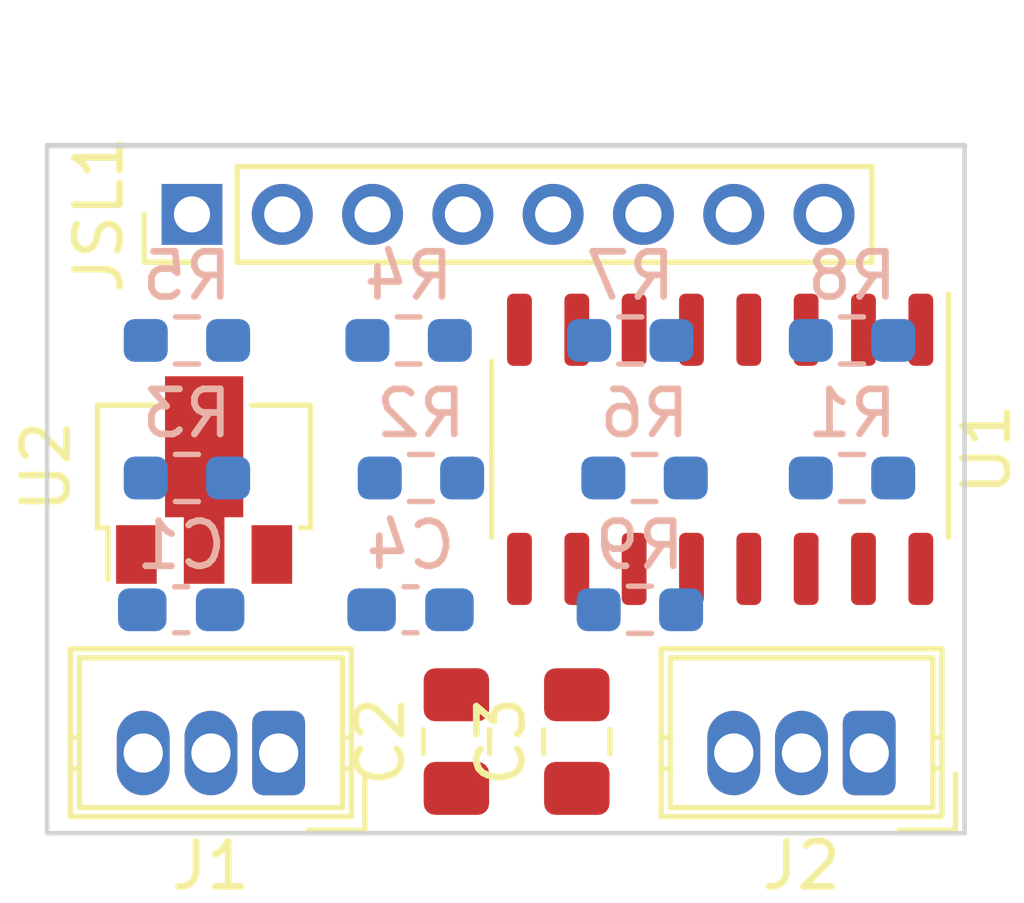
<source format=kicad_pcb>
(kicad_pcb (version 20221018) (generator pcbnew)
  (layers (0 "F.Cu" signal) (31 "B.Cu" signal) (34 "B.Paste" user) (35 "F.Paste" user) (36 "B.SilkS" user "B.Silkscreen") (37 "F.SilkS" user "F.Silkscreen") (38 "B.Mask" user) (39 "F.Mask" user) (44 "Edge.Cuts" user))
  (net 0 "")
  (footprint "Package_SO:STC_SOP-16_3.9x9.9mm_P1.27mm" (layer "F.Cu") (at 141.906 82.931 -90)
    (fp_text reference "U1" (at 0 -5.9 90) (layer "F.SilkS"))
    (fp_text value "STC15W201S-35x-SOP16")
    (fp_line (start 0 -5.06) (end -3.45 -5.06) (stroke (width 0.12)) (layer "F.SilkS"))
    (fp_line (start 0 -5.06) (end 1.95 -5.06) (stroke (width 0.12)) (layer "F.SilkS"))
    (fp_line (start 0 5.06) (end -1.95 5.06) (stroke (width 0.12)) (layer "F.SilkS"))
    (fp_line (start 0 5.06) (end 1.95 5.06) (stroke (width 0.12)) (layer "F.SilkS"))
    (pad "1" smd roundrect (at -2.65 -4.445 270) (size 1.6 0.55) (layers "F.Cu" "F.Paste" "F.Mask"))
    (pad "2" smd roundrect (at -2.65 -3.175 270) (size 1.6 0.55) (layers "F.Cu" "F.Paste" "F.Mask"))
    (pad "3" smd roundrect (at -2.65 -1.905 270) (size 1.6 0.55) (layers "F.Cu" "F.Paste" "F.Mask"))
    (pad "4" smd roundrect (at -2.65 -0.635 270) (size 1.6 0.55) (layers "F.Cu" "F.Paste" "F.Mask"))
    (pad "5" smd roundrect (at -2.65 0.635 270) (size 1.6 0.55) (layers "F.Cu" "F.Paste" "F.Mask"))
    (pad "6" smd roundrect (at -2.65 1.905 270) (size 1.6 0.55) (layers "F.Cu" "F.Paste" "F.Mask"))
    (pad "7" smd roundrect (at -2.65 3.175 270) (size 1.6 0.55) (layers "F.Cu" "F.Paste" "F.Mask"))
    (pad "8" smd roundrect (at -2.65 4.445 270) (size 1.6 0.55) (layers "F.Cu" "F.Paste" "F.Mask"))
    (pad "9" smd roundrect (at 2.65 4.445 270) (size 1.6 0.55) (layers "F.Cu" "F.Paste" "F.Mask"))
    (pad "10" smd roundrect (at 2.65 3.175 270) (size 1.6 0.55) (layers "F.Cu" "F.Paste" "F.Mask"))
    (pad "11" smd roundrect (at 2.65 1.905 270) (size 1.6 0.55) (layers "F.Cu" "F.Paste" "F.Mask"))
    (pad "12" smd roundrect (at 2.65 0.635 270) (size 1.6 0.55) (layers "F.Cu" "F.Paste" "F.Mask"))
    (pad "13" smd roundrect (at 2.65 -0.635 270) (size 1.6 0.55) (layers "F.Cu" "F.Paste" "F.Mask"))
    (pad "14" smd roundrect (at 2.65 -1.905 270) (size 1.6 0.55) (layers "F.Cu" "F.Paste" "F.Mask"))
    (pad "15" smd roundrect (at 2.65 -3.175 270) (size 1.6 0.55) (layers "F.Cu" "F.Paste" "F.Mask"))
    (pad "16" smd roundrect (at 2.65 -4.445 270) (size 1.6 0.55) (layers "F.Cu" "F.Paste" "F.Mask"))
  )
  (footprint "Capacitor_SMD:C_0805_2012Metric_Pad1.18x1.45mm_HandSolder" (layer "F.Cu") (at 136.064 89.408 90)
    (fp_text reference "C2" (at 0 -1.68 90) (layer "F.SilkS"))
    (fp_text value "C")
    (fp_line (start -0.261252 -0.735) (end 0.261252 -0.735) (stroke (width 0.12)) (layer "F.SilkS"))
    (fp_line (start -0.261252 0.735) (end 0.261252 0.735) (stroke (width 0.12)) (layer "F.SilkS"))
    (pad "1" smd roundrect (at -1.0375 0 90) (size 1.175 1.45) (layers "F.Cu" "F.Paste" "F.Mask") (roundrect_rratio 0.212766))
    (pad "2" smd roundrect (at 1.0375 0 90) (size 1.175 1.45) (layers "F.Cu" "F.Paste" "F.Mask") (roundrect_rratio 0.212766))
  )
  (footprint "Capacitor_SMD:C_0805_2012Metric_Pad1.18x1.45mm_HandSolder" (layer "F.Cu") (at 138.731 89.408 90)
    (fp_text reference "C3" (at 0 -1.68 90) (layer "F.SilkS"))
    (fp_text value "C")
    (fp_line (start -0.261252 -0.735) (end 0.261252 -0.735) (stroke (width 0.12)) (layer "F.SilkS"))
    (fp_line (start -0.261252 0.735) (end 0.261252 0.735) (stroke (width 0.12)) (layer "F.SilkS"))
    (pad "1" smd roundrect (at -1.0375 0 90) (size 1.175 1.45) (layers "F.Cu" "F.Paste" "F.Mask") (roundrect_rratio 0.212766))
    (pad "2" smd roundrect (at 1.0375 0 90) (size 1.175 1.45) (layers "F.Cu" "F.Paste" "F.Mask") (roundrect_rratio 0.212766))
  )
  (footprint "Connector_Wuerth:Wuerth_WR-WTB_64800311622_1x03_P1.50mm_Vertical" (layer "F.Cu") (at 132.127 89.662 180)
    (fp_text reference "J1" (at 1.5 -2.5) (layer "F.SilkS"))
    (fp_text value "Conn_01x03")
    (fp_line (start -1.91 -1.71) (end -1.91 -0.46) (stroke (width 0.12)) (layer "F.SilkS"))
    (fp_line (start -1.61 -1.41) (end -1.61 2.31) (stroke (width 0.12)) (layer "F.SilkS"))
    (fp_line (start -1.61 -0.35) (end -1.41 -0.35) (stroke (width 0.12)) (layer "F.SilkS"))
    (fp_line (start -1.61 2.31) (end 4.61 2.31) (stroke (width 0.12)) (layer "F.SilkS"))
    (fp_line (start -1.41 -1.21) (end 4.41 -1.21) (stroke (width 0.12)) (layer "F.SilkS"))
    (fp_line (start -1.41 -0.35) (end -1.41 -1.21) (stroke (width 0.12)) (layer "F.SilkS"))
    (fp_line (start -1.41 -0.35) (end -1.41 0.35) (stroke (width 0.12)) (layer "F.SilkS"))
    (fp_line (start -1.41 0.35) (end -1.61 0.35) (stroke (width 0.12)) (layer "F.SilkS"))
    (fp_line (start -1.41 0.35) (end -1.41 2.11) (stroke (width 0.12)) (layer "F.SilkS"))
    (fp_line (start -1.41 2.11) (end 4.41 2.11) (stroke (width 0.12)) (layer "F.SilkS"))
    (fp_line (start -0.66 -1.71) (end -1.91 -1.71) (stroke (width 0.12)) (layer "F.SilkS"))
    (fp_line (start 4.41 -1.21) (end 4.41 -0.35) (stroke (width 0.12)) (layer "F.SilkS"))
    (fp_line (start 4.41 -0.35) (end 4.41 0.35) (stroke (width 0.12)) (layer "F.SilkS"))
    (fp_line (start 4.41 -0.35) (end 4.61 -0.35) (stroke (width 0.12)) (layer "F.SilkS"))
    (fp_line (start 4.41 0.35) (end 4.61 0.35) (stroke (width 0.12)) (layer "F.SilkS"))
    (fp_line (start 4.41 2.11) (end 4.41 0.35) (stroke (width 0.12)) (layer "F.SilkS"))
    (fp_line (start 4.61 -1.41) (end -1.61 -1.41) (stroke (width 0.12)) (layer "F.SilkS"))
    (fp_line (start 4.61 2.31) (end 4.61 -1.41) (stroke (width 0.12)) (layer "F.SilkS"))
    (pad "1" thru_hole roundrect (at 0 0 180) (size 1.17 1.87) (drill 0.87) (layers "*.Cu" "*.Mask") (roundrect_rratio 0.213675))
    (pad "2" thru_hole oval (at 1.5 0 180) (size 1.17 1.87) (drill 0.87) (layers "*.Cu" "*.Mask"))
    (pad "3" thru_hole oval (at 3 0 180) (size 1.17 1.87) (drill 0.87) (layers "*.Cu" "*.Mask"))
  )
  (footprint "Connector_Wuerth:Wuerth_WR-WTB_64800311622_1x03_P1.50mm_Vertical" (layer "F.Cu") (at 145.208 89.662 180)
    (fp_text reference "J2" (at 1.5 -2.5) (layer "F.SilkS"))
    (fp_text value "Conn_01x03")
    (fp_line (start -1.91 -1.71) (end -1.91 -0.46) (stroke (width 0.12)) (layer "F.SilkS"))
    (fp_line (start -1.61 -1.41) (end -1.61 2.31) (stroke (width 0.12)) (layer "F.SilkS"))
    (fp_line (start -1.61 -0.35) (end -1.41 -0.35) (stroke (width 0.12)) (layer "F.SilkS"))
    (fp_line (start -1.61 2.31) (end 4.61 2.31) (stroke (width 0.12)) (layer "F.SilkS"))
    (fp_line (start -1.41 -1.21) (end 4.41 -1.21) (stroke (width 0.12)) (layer "F.SilkS"))
    (fp_line (start -1.41 -0.35) (end -1.41 -1.21) (stroke (width 0.12)) (layer "F.SilkS"))
    (fp_line (start -1.41 -0.35) (end -1.41 0.35) (stroke (width 0.12)) (layer "F.SilkS"))
    (fp_line (start -1.41 0.35) (end -1.61 0.35) (stroke (width 0.12)) (layer "F.SilkS"))
    (fp_line (start -1.41 0.35) (end -1.41 2.11) (stroke (width 0.12)) (layer "F.SilkS"))
    (fp_line (start -1.41 2.11) (end 4.41 2.11) (stroke (width 0.12)) (layer "F.SilkS"))
    (fp_line (start -0.66 -1.71) (end -1.91 -1.71) (stroke (width 0.12)) (layer "F.SilkS"))
    (fp_line (start 4.41 -1.21) (end 4.41 -0.35) (stroke (width 0.12)) (layer "F.SilkS"))
    (fp_line (start 4.41 -0.35) (end 4.41 0.35) (stroke (width 0.12)) (layer "F.SilkS"))
    (fp_line (start 4.41 -0.35) (end 4.61 -0.35) (stroke (width 0.12)) (layer "F.SilkS"))
    (fp_line (start 4.41 0.35) (end 4.61 0.35) (stroke (width 0.12)) (layer "F.SilkS"))
    (fp_line (start 4.41 2.11) (end 4.41 0.35) (stroke (width 0.12)) (layer "F.SilkS"))
    (fp_line (start 4.61 -1.41) (end -1.61 -1.41) (stroke (width 0.12)) (layer "F.SilkS"))
    (fp_line (start 4.61 2.31) (end 4.61 -1.41) (stroke (width 0.12)) (layer "F.SilkS"))
    (pad "1" thru_hole roundrect (at 0 0 180) (size 1.17 1.87) (drill 0.87) (layers "*.Cu" "*.Mask") (roundrect_rratio 0.213675))
    (pad "2" thru_hole oval (at 1.5 0 180) (size 1.17 1.87) (drill 0.87) (layers "*.Cu" "*.Mask"))
    (pad "3" thru_hole oval (at 3 0 180) (size 1.17 1.87) (drill 0.87) (layers "*.Cu" "*.Mask"))
  )
  (footprint "Package_TO_SOT_SMD:SOT-89-3" (layer "F.Cu") (at 130.476 83.312 90)
    (fp_text reference "U2" (at 0 -3.5 90) (layer "F.SilkS"))
    (fp_text value "AP130-15Y")
    (fp_line (start -2.5 -2.13) (end -1.36 -2.13) (stroke (width 0.12)) (layer "F.SilkS"))
    (fp_line (start -1.36 -2.36) (end -1.36 -2.13) (stroke (width 0.12)) (layer "F.SilkS"))
    (fp_line (start -1.36 -2.36) (end 1.36 -2.36) (stroke (width 0.12)) (layer "F.SilkS"))
    (fp_line (start -1.36 2.36) (end -1.36 2.13) (stroke (width 0.12)) (layer "F.SilkS"))
    (fp_line (start 1.36 -2.36) (end 1.36 -1.05) (stroke (width 0.12)) (layer "F.SilkS"))
    (fp_line (start 1.36 1.05) (end 1.36 2.36) (stroke (width 0.12)) (layer "F.SilkS"))
    (fp_line (start 1.36 2.36) (end -1.36 2.36) (stroke (width 0.12)) (layer "F.SilkS"))
    (pad "1" smd rect (at -1.95 -1.5 90) (size 1.3 0.9) (layers "F.Cu" "F.Paste" "F.Mask"))
    (pad "2" smd custom (at -1.8625 0 90) (size 1.475 0.9) (layers "F.Cu" "F.Paste" "F.Mask") (options (clearance outline) (anchor rect)) (primitives (gr_poly (pts (xy 3.8625 0.8665) (xy 0.7375 0.8665) (xy 0.7375 -0.8665) (xy 3.8625 -0.8665)) (width 0) (fill yes))))
    (pad "3" smd rect (at -1.95 1.5 90) (size 1.3 0.9) (layers "F.Cu" "F.Paste" "F.Mask"))
  )
  (footprint "Connector_PinHeader_2.00mm:PinHeader_1x08_P2.00mm_Vertical" (layer "F.Cu") (at 130.207 77.724 90)
    (fp_text reference locked "JSL1" (at 0 -2.06 90) (layer "F.SilkS"))
    (fp_text value "Conn_01x08")
    (fp_line (start -1.06 -1.06) (end 0 -1.06) (stroke (width 0.12)) (layer "F.SilkS"))
    (fp_line (start -1.06 0) (end -1.06 -1.06) (stroke (width 0.12)) (layer "F.SilkS"))
    (fp_line (start -1.06 1) (end -1.06 15.06) (stroke (width 0.12)) (layer "F.SilkS"))
    (fp_line (start -1.06 1) (end 1.06 1) (stroke (width 0.12)) (layer "F.SilkS"))
    (fp_line (start -1.06 15.06) (end 1.06 15.06) (stroke (width 0.12)) (layer "F.SilkS"))
    (fp_line (start 1.06 1) (end 1.06 15.06) (stroke (width 0.12)) (layer "F.SilkS"))
    (pad "1" thru_hole rect (at 0 0 90) (size 1.35 1.35) (drill 0.8) (layers "*.Cu" "*.Mask"))
    (pad "2" thru_hole oval (at 0 2 90) (size 1.35 1.35) (drill 0.8) (layers "*.Cu" "*.Mask"))
    (pad "3" thru_hole oval (at 0 4 90) (size 1.35 1.35) (drill 0.8) (layers "*.Cu" "*.Mask"))
    (pad "4" thru_hole oval (at 0 6 90) (size 1.35 1.35) (drill 0.8) (layers "*.Cu" "*.Mask"))
    (pad "5" thru_hole oval (at 0 8 90) (size 1.35 1.35) (drill 0.8) (layers "*.Cu" "*.Mask"))
    (pad "6" thru_hole oval (at 0 10 90) (size 1.35 1.35) (drill 0.8) (layers "*.Cu" "*.Mask"))
    (pad "7" thru_hole oval (at 0 12 90) (size 1.35 1.35) (drill 0.8) (layers "*.Cu" "*.Mask"))
    (pad "8" thru_hole oval (at 0 14 90) (size 1.35 1.35) (drill 0.8) (layers "*.Cu" "*.Mask"))
  )
  (footprint "Resistor_SMD:R_0603_1608Metric_Pad0.98x0.95mm_HandSolder" (layer "B.Cu") (at 135.2785 83.566 180)
    (fp_text reference "R2" (at 0 1.43) (layer "B.SilkS") (effects (justify mirror)))
    (fp_text value "R")
    (fp_line (start -0.254724 -0.5225) (end 0.254724 -0.5225) (stroke (width 0.12)) (layer "B.SilkS"))
    (fp_line (start -0.254724 0.5225) (end 0.254724 0.5225) (stroke (width 0.12)) (layer "B.SilkS"))
    (pad "1" smd roundrect (at -0.9125 0 180) (size 0.975 0.95) (layers "B.Cu" "B.Paste" "B.Mask"))
    (pad "2" smd roundrect (at 0.9125 0 180) (size 0.975 0.95) (layers "B.Cu" "B.Paste" "B.Mask"))
  )
  (footprint "Resistor_SMD:R_0603_1608Metric_Pad0.98x0.95mm_HandSolder" (layer "B.Cu") (at 139.916332 80.518 180)
    (fp_text reference "R7" (at 0 1.43) (layer "B.SilkS") (effects (justify mirror)))
    (fp_text value "R")
    (fp_line (start -0.254724 -0.5225) (end 0.254724 -0.5225) (stroke (width 0.12)) (layer "B.SilkS"))
    (fp_line (start -0.254724 0.5225) (end 0.254724 0.5225) (stroke (width 0.12)) (layer "B.SilkS"))
    (pad "1" smd roundrect (at -0.9125 0 180) (size 0.975 0.95) (layers "B.Cu" "B.Paste" "B.Mask"))
    (pad "2" smd roundrect (at 0.9125 0 180) (size 0.975 0.95) (layers "B.Cu" "B.Paste" "B.Mask"))
  )
  (footprint "Resistor_SMD:R_0603_1608Metric_Pad0.98x0.95mm_HandSolder" (layer "B.Cu") (at 140.2315 83.566 180)
    (fp_text reference "R6" (at 0 1.43) (layer "B.SilkS") (effects (justify mirror)))
    (fp_text value "R")
    (fp_line (start -0.254724 -0.5225) (end 0.254724 -0.5225) (stroke (width 0.12)) (layer "B.SilkS"))
    (fp_line (start -0.254724 0.5225) (end 0.254724 0.5225) (stroke (width 0.12)) (layer "B.SilkS"))
    (pad "1" smd roundrect (at -0.9125 0 180) (size 0.975 0.95) (layers "B.Cu" "B.Paste" "B.Mask"))
    (pad "2" smd roundrect (at 0.9125 0 180) (size 0.975 0.95) (layers "B.Cu" "B.Paste" "B.Mask"))
  )
  (footprint "Resistor_SMD:R_0603_1608Metric_Pad0.98x0.95mm_HandSolder" (layer "B.Cu") (at 135.005666 80.518 180)
    (fp_text reference "R4" (at 0 1.43) (layer "B.SilkS") (effects (justify mirror)))
    (fp_text value "R")
    (fp_line (start -0.254724 -0.5225) (end 0.254724 -0.5225) (stroke (width 0.12)) (layer "B.SilkS"))
    (fp_line (start -0.254724 0.5225) (end 0.254724 0.5225) (stroke (width 0.12)) (layer "B.SilkS"))
    (pad "1" smd roundrect (at -0.9125 0 180) (size 0.975 0.95) (layers "B.Cu" "B.Paste" "B.Mask"))
    (pad "2" smd roundrect (at 0.9125 0 180) (size 0.975 0.95) (layers "B.Cu" "B.Paste" "B.Mask"))
  )
  (footprint "Resistor_SMD:R_0603_1608Metric_Pad0.98x0.95mm_HandSolder" (layer "B.Cu") (at 144.827 80.518 180)
    (fp_text reference "R8" (at 0 1.43) (layer "B.SilkS") (effects (justify mirror)))
    (fp_text value "R")
    (fp_line (start -0.254724 -0.5225) (end 0.254724 -0.5225) (stroke (width 0.12)) (layer "B.SilkS"))
    (fp_line (start -0.254724 0.5225) (end 0.254724 0.5225) (stroke (width 0.12)) (layer "B.SilkS"))
    (pad "1" smd roundrect (at -0.9125 0 180) (size 0.975 0.95) (layers "B.Cu" "B.Paste" "B.Mask"))
    (pad "2" smd roundrect (at 0.9125 0 180) (size 0.975 0.95) (layers "B.Cu" "B.Paste" "B.Mask"))
  )
  (footprint "Resistor_SMD:R_0603_1608Metric_Pad0.98x0.95mm_HandSolder" (layer "B.Cu") (at 130.095 83.566 180)
    (fp_text reference "R3" (at 0 1.43) (layer "B.SilkS") (effects (justify mirror)))
    (fp_text value "R")
    (fp_line (start -0.254724 -0.5225) (end 0.254724 -0.5225) (stroke (width 0.12)) (layer "B.SilkS"))
    (fp_line (start -0.254724 0.5225) (end 0.254724 0.5225) (stroke (width 0.12)) (layer "B.SilkS"))
    (pad "1" smd roundrect (at -0.9125 0 180) (size 0.975 0.95) (layers "B.Cu" "B.Paste" "B.Mask"))
    (pad "2" smd roundrect (at 0.9125 0 180) (size 0.975 0.95) (layers "B.Cu" "B.Paste" "B.Mask"))
  )
  (footprint "Resistor_SMD:R_0603_1608Metric_Pad0.98x0.95mm_HandSolder" (layer "B.Cu") (at 144.827 83.566 180)
    (fp_text reference "R1" (at 0 1.43) (layer "B.SilkS") (effects (justify mirror)))
    (fp_text value "R")
    (fp_line (start -0.254724 -0.5225) (end 0.254724 -0.5225) (stroke (width 0.12)) (layer "B.SilkS"))
    (fp_line (start -0.254724 0.5225) (end 0.254724 0.5225) (stroke (width 0.12)) (layer "B.SilkS"))
    (pad "1" smd roundrect (at -0.9125 0 180) (size 0.975 0.95) (layers "B.Cu" "B.Paste" "B.Mask"))
    (pad "2" smd roundrect (at 0.9125 0 180) (size 0.975 0.95) (layers "B.Cu" "B.Paste" "B.Mask"))
  )
  (footprint "Resistor_SMD:R_0603_1608Metric_Pad0.98x0.95mm_HandSolder" (layer "B.Cu") (at 130.095 80.518 180)
    (fp_text reference "R5" (at 0 1.43) (layer "B.SilkS") (effects (justify mirror)))
    (fp_text value "R")
    (fp_line (start -0.254724 -0.5225) (end 0.254724 -0.5225) (stroke (width 0.12)) (layer "B.SilkS"))
    (fp_line (start -0.254724 0.5225) (end 0.254724 0.5225) (stroke (width 0.12)) (layer "B.SilkS"))
    (pad "1" smd roundrect (at -0.9125 0 180) (size 0.975 0.95) (layers "B.Cu" "B.Paste" "B.Mask"))
    (pad "2" smd roundrect (at 0.9125 0 180) (size 0.975 0.95) (layers "B.Cu" "B.Paste" "B.Mask"))
  )
  (footprint "Resistor_SMD:R_0603_1608Metric_Pad0.98x0.95mm_HandSolder" (layer "B.Cu") (at 140.128 86.487 180)
    (fp_text reference "R9" (at 0 1.43) (layer "B.SilkS") (effects (justify mirror)))
    (fp_text value "R")
    (fp_line (start -0.254724 -0.5225) (end 0.254724 -0.5225) (stroke (width 0.12)) (layer "B.SilkS"))
    (fp_line (start -0.254724 0.5225) (end 0.254724 0.5225) (stroke (width 0.12)) (layer "B.SilkS"))
    (pad "1" smd roundrect (at -0.9125 0 180) (size 0.975 0.95) (layers "B.Cu" "B.Paste" "B.Mask"))
    (pad "2" smd roundrect (at 0.9125 0 180) (size 0.975 0.95) (layers "B.Cu" "B.Paste" "B.Mask"))
  )
  (footprint "Capacitor_SMD:C_0603_1608Metric_Pad1.08x0.95mm_HandSolder" (layer "B.Cu") (at 129.968 86.487 180)
    (fp_text reference "C1" (at 0 1.43) (layer "B.SilkS") (effects (justify mirror)))
    (fp_text value "C")
    (fp_line (start -0.146267 -0.51) (end 0.146267 -0.51) (stroke (width 0.12)) (layer "B.SilkS"))
    (fp_line (start -0.146267 0.51) (end 0.146267 0.51) (stroke (width 0.12)) (layer "B.SilkS"))
    (pad "1" smd roundrect (at -0.8625 0 180) (size 1.075 0.95) (layers "B.Cu" "B.Paste" "B.Mask"))
    (pad "2" smd roundrect (at 0.8625 0 180) (size 1.075 0.95) (layers "B.Cu" "B.Paste" "B.Mask"))
  )
  (footprint "Capacitor_SMD:C_0603_1608Metric_Pad1.08x0.95mm_HandSolder" (layer "B.Cu") (at 135.048 86.487 180)
    (fp_text reference "C4" (at 0 1.43) (layer "B.SilkS") (effects (justify mirror)))
    (fp_text value "C")
    (fp_line (start -0.146267 -0.51) (end 0.146267 -0.51) (stroke (width 0.12)) (layer "B.SilkS"))
    (fp_line (start -0.146267 0.51) (end 0.146267 0.51) (stroke (width 0.12)) (layer "B.SilkS"))
    (pad "1" smd roundrect (at -0.8625 0 180) (size 1.075 0.95) (layers "B.Cu" "B.Paste" "B.Mask"))
    (pad "2" smd roundrect (at 0.8625 0 180) (size 1.075 0.95) (layers "B.Cu" "B.Paste" "B.Mask"))
  )
  (gr_line (start 127 91.44) (end 127 76.2) (stroke (width 0.1)) (layer "Edge.Cuts"))
  (gr_line (start 127 76.2) (end 147.32 76.2) (stroke (width 0.125)) (layer "Edge.Cuts"))
  (gr_line (start 147.32 91.44) (end 127 91.44) (stroke (width 0.1)) (layer "Edge.Cuts"))
  (gr_line (start 147.32 76.2) (end 147.32 91.44) (stroke (width 0.1)) (layer "Edge.Cuts"))
)
</source>
